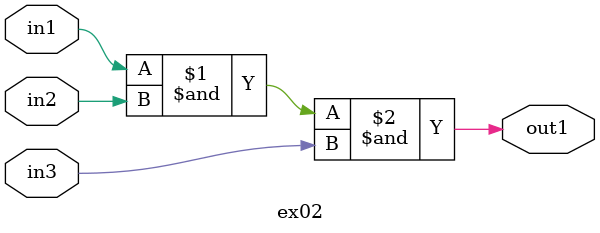
<source format=v>
module ex02(in1, in2, in3, out1);

    input in1,in2,in3;
    output out1;

    wire in1,in2,in3;
    wire out1;

    assign out1=in1&in2&in3;
endmodule
</source>
